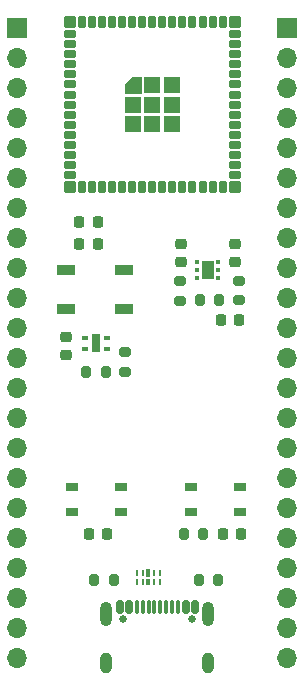
<source format=gbr>
%TF.GenerationSoftware,KiCad,Pcbnew,8.0.6*%
%TF.CreationDate,2025-02-05T21:25:15+00:00*%
%TF.ProjectId,custom-esp32,63757374-6f6d-42d6-9573-7033322e6b69,0.1*%
%TF.SameCoordinates,Original*%
%TF.FileFunction,Soldermask,Top*%
%TF.FilePolarity,Negative*%
%FSLAX46Y46*%
G04 Gerber Fmt 4.6, Leading zero omitted, Abs format (unit mm)*
G04 Created by KiCad (PCBNEW 8.0.6) date 2025-02-05 21:25:15*
%MOMM*%
%LPD*%
G01*
G04 APERTURE LIST*
G04 Aperture macros list*
%AMRoundRect*
0 Rectangle with rounded corners*
0 $1 Rounding radius*
0 $2 $3 $4 $5 $6 $7 $8 $9 X,Y pos of 4 corners*
0 Add a 4 corners polygon primitive as box body*
4,1,4,$2,$3,$4,$5,$6,$7,$8,$9,$2,$3,0*
0 Add four circle primitives for the rounded corners*
1,1,$1+$1,$2,$3*
1,1,$1+$1,$4,$5*
1,1,$1+$1,$6,$7*
1,1,$1+$1,$8,$9*
0 Add four rect primitives between the rounded corners*
20,1,$1+$1,$2,$3,$4,$5,0*
20,1,$1+$1,$4,$5,$6,$7,0*
20,1,$1+$1,$6,$7,$8,$9,0*
20,1,$1+$1,$8,$9,$2,$3,0*%
G04 Aperture macros list end*
%ADD10C,0.010000*%
%ADD11RoundRect,0.225000X-0.225000X-0.250000X0.225000X-0.250000X0.225000X0.250000X-0.225000X0.250000X0*%
%ADD12RoundRect,0.200000X-0.275000X0.200000X-0.275000X-0.200000X0.275000X-0.200000X0.275000X0.200000X0*%
%ADD13R,0.600000X0.400000*%
%ADD14R,0.700000X1.600000*%
%ADD15R,1.700000X1.700000*%
%ADD16O,1.700000X1.700000*%
%ADD17RoundRect,0.102000X-0.400000X-0.200000X0.400000X-0.200000X0.400000X0.200000X-0.400000X0.200000X0*%
%ADD18RoundRect,0.102000X-0.200000X-0.400000X0.200000X-0.400000X0.200000X0.400000X-0.200000X0.400000X0*%
%ADD19RoundRect,0.102000X-0.600000X-0.600000X0.600000X-0.600000X0.600000X0.600000X-0.600000X0.600000X0*%
%ADD20RoundRect,0.102000X-0.400000X-0.400000X0.400000X-0.400000X0.400000X0.400000X-0.400000X0.400000X0*%
%ADD21RoundRect,0.225000X-0.250000X0.225000X-0.250000X-0.225000X0.250000X-0.225000X0.250000X0.225000X0*%
%ADD22RoundRect,0.090000X-0.660000X-0.360000X0.660000X-0.360000X0.660000X0.360000X-0.660000X0.360000X0*%
%ADD23RoundRect,0.093750X-0.093750X-0.106250X0.093750X-0.106250X0.093750X0.106250X-0.093750X0.106250X0*%
%ADD24R,1.000000X1.600000*%
%ADD25RoundRect,0.225000X0.250000X-0.225000X0.250000X0.225000X-0.250000X0.225000X-0.250000X-0.225000X0*%
%ADD26R,1.050000X0.650000*%
%ADD27R,0.250000X0.625000*%
%ADD28R,0.450000X0.700000*%
%ADD29R,0.450000X0.575000*%
%ADD30RoundRect,0.200000X0.275000X-0.200000X0.275000X0.200000X-0.275000X0.200000X-0.275000X-0.200000X0*%
%ADD31RoundRect,0.200000X-0.200000X-0.275000X0.200000X-0.275000X0.200000X0.275000X-0.200000X0.275000X0*%
%ADD32RoundRect,0.200000X0.200000X0.275000X-0.200000X0.275000X-0.200000X-0.275000X0.200000X-0.275000X0*%
%ADD33RoundRect,0.218750X-0.218750X-0.256250X0.218750X-0.256250X0.218750X0.256250X-0.218750X0.256250X0*%
%ADD34C,0.650000*%
%ADD35RoundRect,0.150000X-0.150000X-0.425000X0.150000X-0.425000X0.150000X0.425000X-0.150000X0.425000X0*%
%ADD36RoundRect,0.075000X-0.075000X-0.500000X0.075000X-0.500000X0.075000X0.500000X-0.075000X0.500000X0*%
%ADD37O,1.000000X2.100000*%
%ADD38O,1.000000X1.800000*%
G04 APERTURE END LIST*
D10*
%TO.C,U3*%
X101256000Y-40894200D02*
X99856000Y-40894200D01*
X99856000Y-40144200D01*
X100506000Y-39494200D01*
X101256000Y-39494200D01*
X101256000Y-40894200D01*
G36*
X101256000Y-40894200D02*
G01*
X99856000Y-40894200D01*
X99856000Y-40144200D01*
X100506000Y-39494200D01*
X101256000Y-39494200D01*
X101256000Y-40894200D01*
G37*
%TD*%
D11*
%TO.C,C5*%
X96034400Y-51811400D03*
X97584400Y-51811400D03*
%TD*%
D12*
%TO.C,R8*%
X109505500Y-56773600D03*
X109505500Y-58423600D03*
%TD*%
D13*
%TO.C,U2*%
X96469000Y-61598000D03*
X96469000Y-62548000D03*
X98369000Y-62548000D03*
X98369000Y-61598000D03*
D14*
X97419000Y-62073000D03*
%TD*%
D15*
%TO.C,J1*%
X90775000Y-35340800D03*
D16*
X90775000Y-37880800D03*
X90775000Y-40420800D03*
X90775000Y-42960800D03*
X90775000Y-45500800D03*
X90775000Y-48040800D03*
X90775000Y-50580800D03*
X90775000Y-53120800D03*
X90775000Y-55660800D03*
X90775000Y-58200800D03*
X90775000Y-60740800D03*
X90775000Y-63280800D03*
X90775000Y-65820800D03*
X90775000Y-68360800D03*
X90775000Y-70900800D03*
X90775000Y-73440800D03*
X90775000Y-75980800D03*
X90775000Y-78520800D03*
X90775000Y-81060800D03*
X90775000Y-83600800D03*
X90775000Y-86140800D03*
X90775000Y-88680800D03*
%TD*%
D11*
%TO.C,C1*%
X108191000Y-78181200D03*
X109741000Y-78181200D03*
%TD*%
D17*
%TO.C,U3*%
X95206000Y-35894200D03*
X95206000Y-36744200D03*
X95206000Y-37594200D03*
X95206000Y-38444200D03*
X95206000Y-39294200D03*
X95206000Y-40144200D03*
X95206000Y-40994200D03*
X95206000Y-41844200D03*
X95206000Y-42694200D03*
X95206000Y-43544200D03*
X95206000Y-44394200D03*
X95206000Y-45244200D03*
X95206000Y-46094200D03*
X95206000Y-46944200D03*
X95206000Y-47794200D03*
D18*
X96256000Y-48844200D03*
X97106000Y-48844200D03*
X97956000Y-48844200D03*
X98806000Y-48844200D03*
X99656000Y-48844200D03*
X100506000Y-48844200D03*
X101356000Y-48844200D03*
X102206000Y-48844200D03*
X103056000Y-48844200D03*
X103906000Y-48844200D03*
X104756000Y-48844200D03*
X105606000Y-48844200D03*
X106456000Y-48844200D03*
X107306000Y-48844200D03*
X108156000Y-48844200D03*
D17*
X109206000Y-47794200D03*
X109206000Y-46944200D03*
X109206000Y-46094200D03*
X109206000Y-45244200D03*
X109206000Y-44394200D03*
X109206000Y-43544200D03*
X109206000Y-42694200D03*
X109206000Y-41844200D03*
X109206000Y-40994200D03*
X109206000Y-40144200D03*
X109206000Y-39294200D03*
X109206000Y-38444200D03*
X109206000Y-37594200D03*
X109206000Y-36744200D03*
X109206000Y-35894200D03*
D18*
X108156000Y-34844200D03*
X107306000Y-34844200D03*
X106456000Y-34844200D03*
X105606000Y-34844200D03*
X104756000Y-34844200D03*
X103906000Y-34844200D03*
X103056000Y-34844200D03*
X102206000Y-34844200D03*
X101356000Y-34844200D03*
X100506000Y-34844200D03*
X99656000Y-34844200D03*
X98806000Y-34844200D03*
X97956000Y-34844200D03*
X97106000Y-34844200D03*
X96256000Y-34844200D03*
D19*
X102206000Y-41844200D03*
X102206000Y-40194200D03*
X103856000Y-40194200D03*
X103856000Y-41844200D03*
X103856000Y-43494200D03*
X102206000Y-43494200D03*
X100556000Y-43494200D03*
X100556000Y-41844200D03*
D20*
X95206000Y-34844200D03*
X95206000Y-48844200D03*
X109206000Y-48844200D03*
X109206000Y-34844200D03*
%TD*%
D21*
%TO.C,C3*%
X94894200Y-61519000D03*
X94894200Y-63069000D03*
%TD*%
D22*
%TO.C,D1*%
X94918200Y-55851000D03*
X94918200Y-59151000D03*
X99818200Y-59151000D03*
X99818200Y-55851000D03*
%TD*%
D15*
%TO.C,J2*%
X113635000Y-35340800D03*
D16*
X113635000Y-37880800D03*
X113635000Y-40420800D03*
X113635000Y-42960800D03*
X113635000Y-45500800D03*
X113635000Y-48040800D03*
X113635000Y-50580800D03*
X113635000Y-53120800D03*
X113635000Y-55660800D03*
X113635000Y-58200800D03*
X113635000Y-60740800D03*
X113635000Y-63280800D03*
X113635000Y-65820800D03*
X113635000Y-68360800D03*
X113635000Y-70900800D03*
X113635000Y-73440800D03*
X113635000Y-75980800D03*
X113635000Y-78520800D03*
X113635000Y-81060800D03*
X113635000Y-83600800D03*
X113635000Y-86140800D03*
X113635000Y-88680800D03*
%TD*%
D23*
%TO.C,U4*%
X106027200Y-55215000D03*
X106027200Y-55865000D03*
X106027200Y-56515000D03*
X107802200Y-56515000D03*
X107802200Y-55865000D03*
X107802200Y-55215000D03*
D24*
X106914700Y-55865000D03*
%TD*%
D11*
%TO.C,C2*%
X96807300Y-78168800D03*
X98357300Y-78168800D03*
%TD*%
D25*
%TO.C,C4*%
X109173800Y-55207200D03*
X109173800Y-53657200D03*
%TD*%
D11*
%TO.C,C6*%
X96034400Y-53691000D03*
X97584400Y-53691000D03*
%TD*%
D26*
%TO.C,BOOT1*%
X95377200Y-74197800D03*
X99527200Y-74197800D03*
X95377200Y-76347800D03*
X99527200Y-76347800D03*
%TD*%
D27*
%TO.C,U1*%
X102879850Y-81497500D03*
X102379850Y-81497500D03*
D28*
X101879850Y-81535000D03*
D27*
X101379850Y-81497500D03*
X100879850Y-81497500D03*
X100879850Y-82272500D03*
X101379850Y-82272500D03*
D29*
X101879850Y-82297500D03*
D27*
X102379850Y-82272500D03*
X102879850Y-82272500D03*
%TD*%
D30*
%TO.C,R6*%
X104577900Y-58435800D03*
X104577900Y-56785800D03*
%TD*%
D31*
%TO.C,R2*%
X106144400Y-82139000D03*
X107794400Y-82139000D03*
%TD*%
D12*
%TO.C,R3*%
X99923400Y-62802000D03*
X99923400Y-64452000D03*
%TD*%
D31*
%TO.C,R4*%
X96597000Y-64511400D03*
X98247000Y-64511400D03*
%TD*%
D25*
%TO.C,C7*%
X104601800Y-55207200D03*
X104601800Y-53657200D03*
%TD*%
D32*
%TO.C,R5*%
X106514400Y-78181200D03*
X104864400Y-78181200D03*
%TD*%
D33*
%TO.C,D2*%
X107981500Y-60087800D03*
X109556500Y-60087800D03*
%TD*%
D26*
%TO.C,RESET1*%
X105494000Y-74210600D03*
X109644000Y-74210600D03*
X105494000Y-76360600D03*
X109644000Y-76360600D03*
%TD*%
D32*
%TO.C,R1*%
X98929800Y-82139000D03*
X97279800Y-82139000D03*
%TD*%
D34*
%TO.C,J3*%
X99747850Y-85440600D03*
X105527850Y-85440600D03*
D35*
X99437850Y-84365600D03*
X100237850Y-84365600D03*
D36*
X101387850Y-84365600D03*
X102387850Y-84365600D03*
X102887850Y-84365600D03*
X103887850Y-84365600D03*
D35*
X105037850Y-84365600D03*
X105837850Y-84365600D03*
X105837850Y-84365600D03*
X105037850Y-84365600D03*
D36*
X104387850Y-84365600D03*
X103387850Y-84365600D03*
X101887850Y-84365600D03*
X100887850Y-84365600D03*
D35*
X100237850Y-84365600D03*
X99437850Y-84365600D03*
D37*
X98317850Y-84940600D03*
D38*
X98317850Y-89120600D03*
D37*
X106957850Y-84940600D03*
D38*
X106957850Y-89120600D03*
%TD*%
D32*
%TO.C,R7*%
X107879900Y-58360600D03*
X106229900Y-58360600D03*
%TD*%
M02*

</source>
